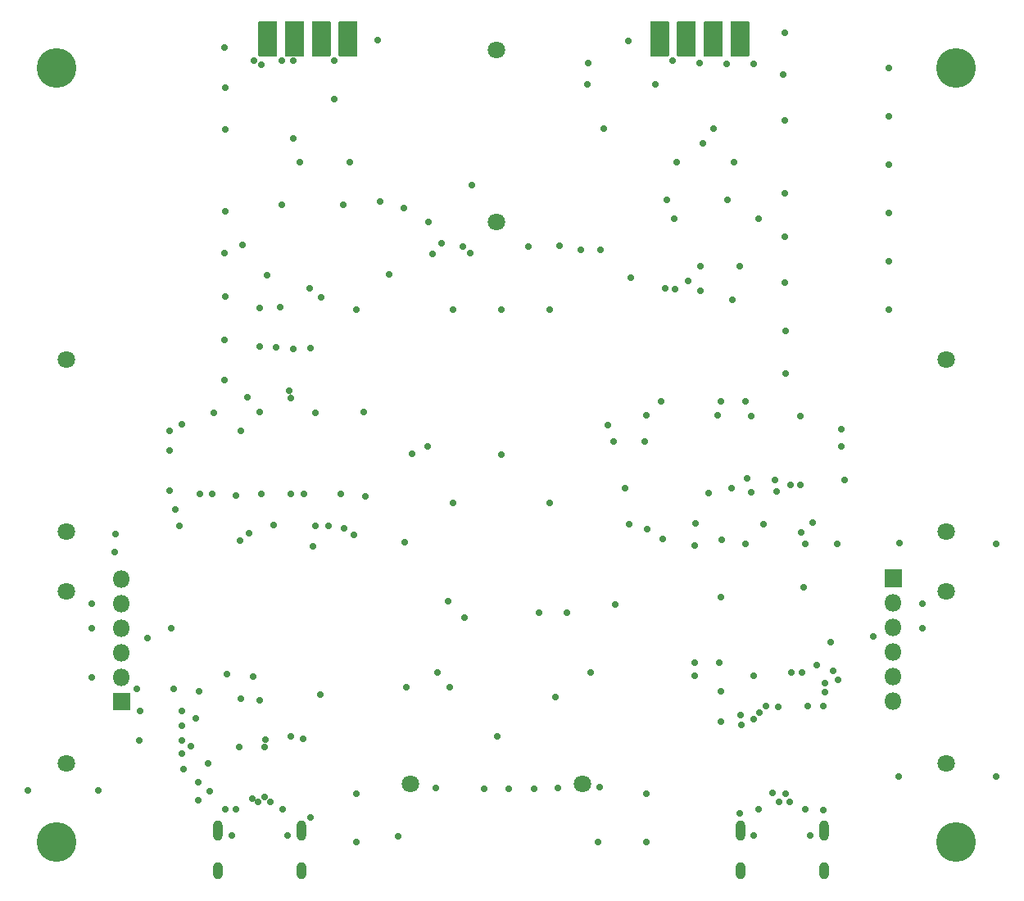
<source format=gbr>
G04 #@! TF.GenerationSoftware,KiCad,Pcbnew,5.1.9-73d0e3b20d~88~ubuntu20.04.1*
G04 #@! TF.CreationDate,2021-03-17T08:49:08+01:00*
G04 #@! TF.ProjectId,rs232-sniffer,72733233-322d-4736-9e69-666665722e6b,V20.0.1*
G04 #@! TF.SameCoordinates,PX206cc80PY7bfa480*
G04 #@! TF.FileFunction,Soldermask,Bot*
G04 #@! TF.FilePolarity,Negative*
%FSLAX46Y46*%
G04 Gerber Fmt 4.6, Leading zero omitted, Abs format (unit mm)*
G04 Created by KiCad (PCBNEW 5.1.9-73d0e3b20d~88~ubuntu20.04.1) date 2021-03-17 08:49:08*
%MOMM*%
%LPD*%
G01*
G04 APERTURE LIST*
%ADD10C,0.702000*%
%ADD11O,1.002000X1.802000*%
%ADD12O,1.002000X2.102000*%
%ADD13O,1.802000X1.802000*%
%ADD14C,1.802000*%
%ADD15C,4.102000*%
%ADD16C,0.100000*%
G04 APERTURE END LIST*
G36*
G01*
X36129333Y89740000D02*
X36129333Y86260000D01*
G75*
G02*
X36078333Y86209000I-51000J0D01*
G01*
X34231667Y86209000D01*
G75*
G02*
X34180667Y86260000I0J51000D01*
G01*
X34180667Y89740000D01*
G75*
G02*
X34231667Y89791000I51000J0D01*
G01*
X36078333Y89791000D01*
G75*
G02*
X36129333Y89740000I0J-51000D01*
G01*
G37*
G36*
G01*
X33359333Y89740000D02*
X33359333Y86260000D01*
G75*
G02*
X33308333Y86209000I-51000J0D01*
G01*
X31461667Y86209000D01*
G75*
G02*
X31410667Y86260000I0J51000D01*
G01*
X31410667Y89740000D01*
G75*
G02*
X31461667Y89791000I51000J0D01*
G01*
X33308333Y89791000D01*
G75*
G02*
X33359333Y89740000I0J-51000D01*
G01*
G37*
G36*
G01*
X30589333Y89740000D02*
X30589333Y86260000D01*
G75*
G02*
X30538333Y86209000I-51000J0D01*
G01*
X28691667Y86209000D01*
G75*
G02*
X28640667Y86260000I0J51000D01*
G01*
X28640667Y89740000D01*
G75*
G02*
X28691667Y89791000I51000J0D01*
G01*
X30538333Y89791000D01*
G75*
G02*
X30589333Y89740000I0J-51000D01*
G01*
G37*
G36*
G01*
X27819333Y89740000D02*
X27819333Y86260000D01*
G75*
G02*
X27768333Y86209000I-51000J0D01*
G01*
X25921667Y86209000D01*
G75*
G02*
X25870667Y86260000I0J51000D01*
G01*
X25870667Y89740000D01*
G75*
G02*
X25921667Y89791000I51000J0D01*
G01*
X27768333Y89791000D01*
G75*
G02*
X27819333Y89740000I0J-51000D01*
G01*
G37*
G36*
G01*
X68319333Y89740000D02*
X68319333Y86260000D01*
G75*
G02*
X68268333Y86209000I-51000J0D01*
G01*
X66421667Y86209000D01*
G75*
G02*
X66370667Y86260000I0J51000D01*
G01*
X66370667Y89740000D01*
G75*
G02*
X66421667Y89791000I51000J0D01*
G01*
X68268333Y89791000D01*
G75*
G02*
X68319333Y89740000I0J-51000D01*
G01*
G37*
G36*
G01*
X71089333Y89740000D02*
X71089333Y86260000D01*
G75*
G02*
X71038333Y86209000I-51000J0D01*
G01*
X69191667Y86209000D01*
G75*
G02*
X69140667Y86260000I0J51000D01*
G01*
X69140667Y89740000D01*
G75*
G02*
X69191667Y89791000I51000J0D01*
G01*
X71038333Y89791000D01*
G75*
G02*
X71089333Y89740000I0J-51000D01*
G01*
G37*
G36*
G01*
X73859333Y89740000D02*
X73859333Y86260000D01*
G75*
G02*
X73808333Y86209000I-51000J0D01*
G01*
X71961667Y86209000D01*
G75*
G02*
X71910667Y86260000I0J51000D01*
G01*
X71910667Y89740000D01*
G75*
G02*
X71961667Y89791000I51000J0D01*
G01*
X73808333Y89791000D01*
G75*
G02*
X73859333Y89740000I0J-51000D01*
G01*
G37*
G36*
G01*
X76629333Y89740000D02*
X76629333Y86260000D01*
G75*
G02*
X76578333Y86209000I-51000J0D01*
G01*
X74731667Y86209000D01*
G75*
G02*
X74680667Y86260000I0J51000D01*
G01*
X74680667Y89740000D01*
G75*
G02*
X74731667Y89791000I51000J0D01*
G01*
X76578333Y89791000D01*
G75*
G02*
X76629333Y89740000I0J-51000D01*
G01*
G37*
D10*
X23110000Y5700000D03*
X28890000Y5700000D03*
D11*
X30320000Y2010000D03*
X21680000Y2010000D03*
D12*
X30320000Y6180000D03*
X21680000Y6180000D03*
X75680000Y6180000D03*
X84320000Y6180000D03*
D11*
X75680000Y2010000D03*
X84320000Y2010000D03*
D10*
X82890000Y5700000D03*
X77110000Y5700000D03*
D13*
X11750000Y32200000D03*
X11750000Y29660000D03*
X11750000Y27120000D03*
X11750000Y24580000D03*
X11750000Y22040000D03*
G36*
G01*
X10849000Y18650000D02*
X10849000Y20350000D01*
G75*
G02*
X10900000Y20401000I51000J0D01*
G01*
X12600000Y20401000D01*
G75*
G02*
X12651000Y20350000I0J-51000D01*
G01*
X12651000Y18650000D01*
G75*
G02*
X12600000Y18599000I-51000J0D01*
G01*
X10900000Y18599000D01*
G75*
G02*
X10849000Y18650000I0J51000D01*
G01*
G37*
X91500000Y19550000D03*
X91500000Y22090000D03*
X91500000Y24630000D03*
X91500000Y27170000D03*
X91500000Y29710000D03*
G36*
G01*
X92401000Y33100000D02*
X92401000Y31400000D01*
G75*
G02*
X92350000Y31349000I-51000J0D01*
G01*
X90650000Y31349000D01*
G75*
G02*
X90599000Y31400000I0J51000D01*
G01*
X90599000Y33100000D01*
G75*
G02*
X90650000Y33151000I51000J0D01*
G01*
X92350000Y33151000D01*
G75*
G02*
X92401000Y33100000I0J-51000D01*
G01*
G37*
D14*
X6000000Y54890000D03*
X6000000Y37110000D03*
X6000000Y30890000D03*
X6000000Y13110000D03*
X97000000Y54890000D03*
X97000000Y37110000D03*
X97000000Y30890000D03*
X97000000Y13110000D03*
X59390000Y11000000D03*
X41610000Y11000000D03*
X50500000Y86890000D03*
X50500000Y69110000D03*
D15*
X5000000Y85000000D03*
X98000000Y85000000D03*
X98000000Y5000000D03*
X5000000Y5000000D03*
D10*
X22450000Y78650000D03*
X38250000Y87900000D03*
X64100000Y87800000D03*
X22500000Y82950000D03*
X22450000Y61350000D03*
X22400000Y65850000D03*
X22450000Y70150000D03*
X36750000Y49400000D03*
X22400000Y52700000D03*
X22400000Y87150000D03*
X60200000Y22500000D03*
X21300000Y49350000D03*
X31800000Y49350000D03*
X26000000Y49450000D03*
X54887500Y28687500D03*
X45500000Y29900000D03*
X44350000Y22550000D03*
X36000000Y10000000D03*
X36000000Y5000000D03*
X40300000Y5550000D03*
X61000000Y5000000D03*
X66000000Y5000000D03*
X66000000Y10000000D03*
X56000000Y40000000D03*
X51000000Y45000000D03*
X46000000Y40000000D03*
X41000000Y36000000D03*
X11000000Y35000000D03*
X91000000Y60000000D03*
X91000000Y65000000D03*
X91000000Y70000000D03*
X91000000Y75000000D03*
X91000000Y80000000D03*
X91000000Y85000000D03*
X56000000Y60000000D03*
X51000000Y60000000D03*
X46000000Y60000000D03*
X36000000Y60000000D03*
X80150000Y84350000D03*
X80300000Y88600000D03*
X30200000Y75250000D03*
X71850000Y77200000D03*
X69100000Y75300000D03*
X35350000Y75250000D03*
X19650000Y9300000D03*
X31250000Y7550000D03*
X22450000Y8400000D03*
X20650000Y13150000D03*
X18900000Y14900000D03*
X81900000Y49050000D03*
X80350000Y53400000D03*
X80900000Y41900000D03*
X76850000Y41150000D03*
X22400000Y56900000D03*
X80300000Y79550000D03*
X80250000Y72050000D03*
X80300000Y67550000D03*
X80300000Y62800000D03*
X80400000Y57800000D03*
X76850000Y49050000D03*
X81950000Y37000000D03*
X11100000Y36800000D03*
X2050000Y10300000D03*
X9300000Y10300000D03*
X20850000Y10250000D03*
X19750000Y20600000D03*
X24900000Y36900000D03*
X26200000Y41000000D03*
X30600000Y41000000D03*
X36950000Y40750000D03*
X35750000Y36750000D03*
X50550000Y15950000D03*
X44200000Y10600000D03*
X49200000Y10450000D03*
X51750000Y10500000D03*
X54350000Y10500000D03*
X56850000Y10550000D03*
X61150000Y10700000D03*
X102150000Y11800000D03*
X92050000Y11800000D03*
X92150000Y35850000D03*
X102150000Y35800000D03*
X83150000Y38000000D03*
X72450000Y41050000D03*
X65950000Y49100000D03*
X73350000Y49100000D03*
X75000000Y75300000D03*
X75650000Y7950000D03*
X84300000Y8250000D03*
X53750000Y66500000D03*
X47000000Y66500000D03*
X24250000Y66750000D03*
X43900000Y65800000D03*
X38425000Y71175000D03*
X25450000Y85775010D03*
X28300000Y85750000D03*
X28279990Y70870010D03*
X39400000Y63700000D03*
X34620010Y70870010D03*
X26000000Y60200000D03*
X26200000Y85300000D03*
X33750000Y81750000D03*
X33750000Y85750000D03*
X32399997Y61299997D03*
X44800000Y66900000D03*
X40900000Y70500000D03*
X26800000Y63600000D03*
X29500000Y85750000D03*
X29500000Y77750000D03*
X28100000Y60300000D03*
X47800000Y65900000D03*
X47975000Y72920000D03*
X31200000Y62200000D03*
X77100000Y85450000D03*
X77550000Y69400000D03*
X68950000Y62150000D03*
X68900000Y69400000D03*
X74300000Y85400000D03*
X74324990Y71324990D03*
X67950000Y62250000D03*
X68075010Y71324990D03*
X57000000Y66600000D03*
X59975000Y85475000D03*
X71500000Y85500000D03*
X68700000Y85750000D03*
X59200000Y66200000D03*
X59925010Y83324990D03*
X66924990Y83324990D03*
X75650011Y64500011D03*
X71550000Y62000000D03*
X71550011Y64500011D03*
X72950000Y78750000D03*
X61200000Y66200000D03*
X61550000Y78750000D03*
X70300000Y63000000D03*
X64400000Y63300000D03*
X74900000Y61000000D03*
X82200000Y31300000D03*
X47150000Y28149986D03*
X16900000Y27050000D03*
X62750002Y29500000D03*
X56600000Y20000000D03*
X73700000Y30300000D03*
X73800000Y36200000D03*
X73700000Y17400000D03*
X73700000Y20600000D03*
X27445000Y37745000D03*
X17700000Y37700000D03*
X34700000Y37400000D03*
X45700000Y21000000D03*
X41200000Y21000000D03*
X32300000Y20200000D03*
X19400000Y17800000D03*
X57800000Y28700000D03*
X94475000Y27080000D03*
X94475000Y29620000D03*
X89400000Y26200000D03*
X23600000Y8400000D03*
X28400000Y8400000D03*
X14400000Y26050000D03*
X13650000Y18550000D03*
X13300000Y20850000D03*
X8675000Y27080000D03*
X8675000Y29620000D03*
X77600000Y8400000D03*
X82400000Y8400000D03*
X27750000Y56150002D03*
X29275118Y50900401D03*
X23600000Y40800000D03*
X24109373Y47489972D03*
X24750000Y50950002D03*
X26000000Y56199998D03*
X29500000Y55950002D03*
X29100000Y51650000D03*
X34400000Y41000000D03*
X31250000Y56050002D03*
X41800000Y45100000D03*
X43400000Y45900000D03*
X71100000Y37900000D03*
X64200000Y37800000D03*
X65800000Y46400000D03*
X62600000Y46400000D03*
X62000000Y48100000D03*
X81900000Y41900000D03*
X18000000Y15500000D03*
X26600000Y15600000D03*
X18000000Y17000000D03*
X26000000Y19599998D03*
X19700000Y11200000D03*
X17100000Y20800000D03*
X25350000Y22050000D03*
X22650000Y22350000D03*
X18000000Y14100000D03*
X29200000Y15900000D03*
X17950000Y18500000D03*
X24095000Y19845000D03*
X18150000Y12500000D03*
X30500006Y15650000D03*
X23900000Y14800000D03*
X26500000Y14800000D03*
X17950000Y48200000D03*
X21100000Y41000000D03*
X16700000Y47450000D03*
X19800000Y40950000D03*
X33100000Y37700000D03*
X31550000Y35550000D03*
X16743406Y41306594D03*
X31800000Y37700000D03*
X23993406Y36125010D03*
X16700000Y45450000D03*
X29200000Y41000000D03*
X17325010Y39355916D03*
X84400000Y20500000D03*
X79650000Y18950000D03*
X75700000Y18100000D03*
X73500000Y23500000D03*
X77095000Y17705000D03*
X85750000Y21750000D03*
X75825000Y17075000D03*
X85000000Y25650000D03*
X78350000Y19050000D03*
X84478470Y21374990D03*
X82700000Y19000000D03*
X84250000Y19000000D03*
X82053833Y22525010D03*
X71000000Y23500000D03*
X71000000Y22200000D03*
X77700000Y18400000D03*
X85300000Y22700000D03*
X77090000Y22200000D03*
X83600000Y23300000D03*
X80946298Y22525010D03*
X76400000Y42600000D03*
X74750000Y41550000D03*
X76200000Y35800000D03*
X86499998Y42400000D03*
X76200000Y50500000D03*
X73700000Y50500000D03*
X67500000Y50500000D03*
X63800000Y41600000D03*
X67700000Y36300000D03*
X66100000Y37324990D03*
X86100000Y47700000D03*
X79308221Y42374990D03*
X79400000Y41224979D03*
X86100000Y45900000D03*
X78100000Y37800000D03*
X71000000Y35600000D03*
X85700000Y35800000D03*
X82400000Y35800000D03*
X8675000Y22000000D03*
X13600000Y15500000D03*
X79059990Y10092883D03*
X80374848Y10013670D03*
X79675010Y9100000D03*
X80825022Y9100000D03*
X25232073Y9512139D03*
X26550012Y9675020D03*
X27088962Y9100010D03*
X25858705Y9100010D03*
X43456594Y69056594D03*
D16*
G36*
X25572877Y9429844D02*
G01*
X25573548Y9428144D01*
X25572846Y9421026D01*
X25573768Y9411666D01*
X25576500Y9402661D01*
X25580934Y9394364D01*
X25586903Y9387092D01*
X25594174Y9381124D01*
X25602472Y9376689D01*
X25611476Y9373959D01*
X25620836Y9373036D01*
X25630196Y9373958D01*
X25639201Y9376690D01*
X25645506Y9380061D01*
X25647505Y9379996D01*
X25648448Y9378232D01*
X25647560Y9376634D01*
X25637307Y9369783D01*
X25588932Y9321408D01*
X25550924Y9264523D01*
X25524743Y9201318D01*
X25521182Y9183419D01*
X25519863Y9181915D01*
X25517901Y9182305D01*
X25517230Y9184005D01*
X25517932Y9191123D01*
X25517010Y9200483D01*
X25514278Y9209488D01*
X25509844Y9217785D01*
X25503875Y9225057D01*
X25496604Y9231025D01*
X25488306Y9235460D01*
X25479302Y9238190D01*
X25469942Y9239113D01*
X25460582Y9238191D01*
X25451577Y9235459D01*
X25445272Y9232088D01*
X25443273Y9232153D01*
X25442330Y9233917D01*
X25443218Y9235515D01*
X25453471Y9242366D01*
X25501846Y9290741D01*
X25539854Y9347626D01*
X25566035Y9410831D01*
X25569596Y9428730D01*
X25570915Y9430234D01*
X25572877Y9429844D01*
G37*
G36*
X29266141Y51341811D02*
G01*
X29266906Y51339963D01*
X29266192Y51338678D01*
X29259764Y51333402D01*
X29253796Y51326130D01*
X29249362Y51317833D01*
X29246630Y51308828D01*
X29245708Y51299468D01*
X29246630Y51290109D01*
X29249362Y51281104D01*
X29253797Y51272806D01*
X29259765Y51265535D01*
X29267037Y51259567D01*
X29275334Y51255133D01*
X29284339Y51252401D01*
X29291448Y51251701D01*
X29293074Y51250536D01*
X29292878Y51248546D01*
X29291252Y51247711D01*
X29240913Y51247711D01*
X29173810Y51234363D01*
X29110960Y51208329D01*
X29108977Y51208590D01*
X29108212Y51210438D01*
X29108926Y51211723D01*
X29115354Y51216999D01*
X29121322Y51224271D01*
X29125756Y51232568D01*
X29128488Y51241573D01*
X29129410Y51250933D01*
X29128488Y51260292D01*
X29125756Y51269297D01*
X29121321Y51277595D01*
X29115353Y51284866D01*
X29108081Y51290834D01*
X29099784Y51295268D01*
X29090779Y51298000D01*
X29083670Y51298700D01*
X29082044Y51299865D01*
X29082240Y51301855D01*
X29083866Y51302690D01*
X29134205Y51302690D01*
X29201308Y51316038D01*
X29264158Y51342072D01*
X29266141Y51341811D01*
G37*
M02*

</source>
